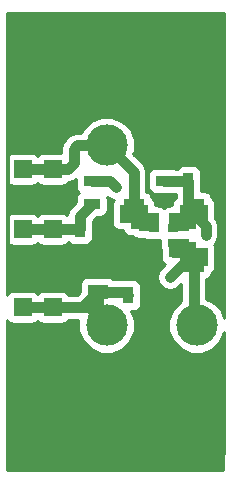
<source format=gbr>
G04 #@! TF.FileFunction,Copper,L2,Bot,Signal*
%FSLAX46Y46*%
G04 Gerber Fmt 4.6, Leading zero omitted, Abs format (unit mm)*
G04 Created by KiCad (PCBNEW 4.0.3-stable) date 09/22/16 08:13:14*
%MOMM*%
%LPD*%
G01*
G04 APERTURE LIST*
%ADD10C,0.500000*%
%ADD11R,1.397000X0.889000*%
%ADD12R,0.889000X1.397000*%
%ADD13R,1.524000X1.524000*%
%ADD14C,6.000000*%
%ADD15R,1.700000X1.500000*%
%ADD16R,1.800000X2.000000*%
%ADD17R,1.600000X1.350000*%
%ADD18R,1.400000X1.300000*%
%ADD19R,2.400000X1.500000*%
%ADD20R,0.900000X0.800000*%
%ADD21C,3.500000*%
%ADD22R,1.699260X1.300480*%
%ADD23C,0.800000*%
%ADD24C,0.600000*%
%ADD25C,0.900000*%
%ADD26C,0.300000*%
%ADD27C,0.254000*%
G04 APERTURE END LIST*
D10*
D11*
X14224000Y25463500D03*
X14224000Y27368500D03*
D12*
X16319500Y25400000D03*
X18224500Y25400000D03*
X11239500Y15748000D03*
X13144500Y15748000D03*
D13*
X2286000Y17272000D03*
X4826000Y17272000D03*
X2286000Y14732000D03*
X4826000Y14732000D03*
X2286000Y12192000D03*
X4826000Y12192000D03*
X2286000Y28956000D03*
X4826000Y28956000D03*
X2286000Y26416000D03*
X4826000Y26416000D03*
X2286000Y23876000D03*
X4826000Y23876000D03*
D14*
X5080000Y5080000D03*
X5080000Y35560000D03*
X15240000Y5080000D03*
X15240000Y35560000D03*
D11*
X8128000Y25400000D03*
X8128000Y23495000D03*
D12*
X7112000Y21336000D03*
X9017000Y21336000D03*
D15*
X15494000Y19728000D03*
X12954000Y19728000D03*
X12954000Y21928000D03*
X15494000Y21928000D03*
D16*
X16764000Y18728000D03*
X11684000Y18728000D03*
X11684000Y22928000D03*
X16764000Y22928000D03*
D17*
X15674000Y19578000D03*
X12774000Y19578000D03*
X12774000Y22078000D03*
X15674000Y22078000D03*
D18*
X15524000Y19828000D03*
X12924000Y19828000D03*
X12924000Y21828000D03*
X15524000Y21828000D03*
D17*
X16224000Y19578000D03*
X12224000Y19578000D03*
X12224000Y22078000D03*
X16224000Y22078000D03*
D19*
X16764000Y18978000D03*
X11684000Y18978000D03*
X11684000Y22678000D03*
X16764000Y22678000D03*
D20*
X15049000Y20203000D03*
X13399000Y20203000D03*
X13399000Y21453000D03*
X15049000Y21453000D03*
D21*
X17018000Y13208000D03*
X17018000Y28448000D03*
X9398000Y28448000D03*
X9398000Y13208000D03*
D13*
X4826000Y21336000D03*
X2286000Y21336000D03*
D22*
X8636000Y19530060D03*
X8636000Y16029940D03*
D23*
X10160000Y24892000D03*
X17780000Y20828000D03*
D24*
X17780000Y20828000D03*
D23*
X6604000Y24384000D03*
X14732000Y17272000D03*
D25*
X8128000Y25400000D02*
X9652000Y25400000D01*
X9652000Y25400000D02*
X10160000Y24892000D01*
X16319500Y25400000D02*
X14287500Y25400000D01*
X14287500Y25400000D02*
X14224000Y25463500D01*
X16319500Y25400000D02*
X16319500Y23122500D01*
X16319500Y23122500D02*
X16764000Y22678000D01*
X17780000Y20828000D02*
X17780000Y21662000D01*
X17780000Y21662000D02*
X16764000Y22678000D01*
X8636000Y16029940D02*
X10957560Y16029940D01*
X10957560Y16029940D02*
X11239500Y15748000D01*
X4826000Y14732000D02*
X7874000Y14732000D01*
X7874000Y14732000D02*
X9398000Y13208000D01*
X8636000Y16029940D02*
X8636000Y13970000D01*
X8636000Y13970000D02*
X9398000Y13208000D01*
X4826000Y14732000D02*
X7338060Y14732000D01*
X7338060Y14732000D02*
X8636000Y16029940D01*
X2286000Y14732000D02*
X4826000Y14732000D01*
D26*
X1016000Y23668000D02*
X1016000Y19604000D01*
X1016000Y19604000D02*
X2286000Y18334000D01*
X2286000Y18334000D02*
X2286000Y17272000D01*
X1224000Y23876000D02*
X1016000Y23668000D01*
X1016000Y24084000D02*
X1016000Y28748000D01*
X1016000Y28748000D02*
X1224000Y28956000D01*
X1224000Y28956000D02*
X2286000Y28956000D01*
X2286000Y23876000D02*
X1224000Y23876000D01*
X1224000Y23876000D02*
X1016000Y24084000D01*
D25*
X12224000Y19578000D02*
X12224000Y19518000D01*
X12224000Y19518000D02*
X11684000Y18978000D01*
X4826000Y21336000D02*
X2286000Y21336000D01*
X7112000Y21336000D02*
X7112000Y22479000D01*
X7112000Y22479000D02*
X8128000Y23495000D01*
X7112000Y21336000D02*
X4826000Y21336000D01*
X16764000Y18978000D02*
X16438000Y18978000D01*
X16438000Y18978000D02*
X14732000Y17272000D01*
X16764000Y18978000D02*
X16764000Y13462000D01*
X16764000Y13462000D02*
X17018000Y13208000D01*
X4826000Y26416000D02*
X2286000Y26416000D01*
X6096000Y26416000D02*
X4826000Y26416000D01*
X6604000Y26924000D02*
X6096000Y26416000D01*
X6604000Y28128873D02*
X6604000Y26924000D01*
X9398000Y28448000D02*
X6923127Y28448000D01*
X6923127Y28448000D02*
X6604000Y28128873D01*
X11684000Y22678000D02*
X11684000Y26162000D01*
X11684000Y26162000D02*
X9398000Y28448000D01*
D27*
G36*
X9744789Y23889591D02*
X9996624Y23839498D01*
X9887569Y23679890D01*
X9836560Y23428000D01*
X9836560Y21928000D01*
X9880838Y21692683D01*
X10019910Y21476559D01*
X10232110Y21331569D01*
X10484000Y21280560D01*
X10799599Y21280560D01*
X10820838Y21167683D01*
X10959910Y20951559D01*
X11172110Y20806569D01*
X11424000Y20755560D01*
X11621248Y20755560D01*
X11639910Y20726559D01*
X11852110Y20581569D01*
X12104000Y20530560D01*
X12588821Y20530560D01*
X12697110Y20456569D01*
X12949000Y20405560D01*
X13849000Y20405560D01*
X13951560Y20424858D01*
X13951560Y19803000D01*
X13995838Y19567683D01*
X13996560Y19566561D01*
X13996560Y18978000D01*
X14040838Y18742683D01*
X14179910Y18526559D01*
X14341635Y18416057D01*
X13964789Y18039211D01*
X13729591Y17687211D01*
X13647000Y17272000D01*
X13729591Y16856789D01*
X13964789Y16504789D01*
X14316789Y16269591D01*
X14732000Y16187000D01*
X15147211Y16269591D01*
X15499211Y16504789D01*
X15679000Y16684578D01*
X15679000Y15235311D01*
X15668771Y15231084D01*
X14997274Y14560758D01*
X14633415Y13684487D01*
X14632587Y12735675D01*
X14994916Y11858771D01*
X15665242Y11187274D01*
X16541513Y10823415D01*
X17490325Y10822587D01*
X18367229Y11184916D01*
X19038726Y11855242D01*
X19356000Y12619324D01*
X19356000Y3490262D01*
X19265776Y964000D01*
X964000Y964000D01*
X964000Y13667607D01*
X1059910Y13518559D01*
X1272110Y13373569D01*
X1524000Y13322560D01*
X3048000Y13322560D01*
X3283317Y13366838D01*
X3499441Y13505910D01*
X3555374Y13587770D01*
X3599910Y13518559D01*
X3812110Y13373569D01*
X4064000Y13322560D01*
X5588000Y13322560D01*
X5823317Y13366838D01*
X6039441Y13505910D01*
X6135844Y13647000D01*
X7013382Y13647000D01*
X7012587Y12735675D01*
X7374916Y11858771D01*
X8045242Y11187274D01*
X8921513Y10823415D01*
X9870325Y10822587D01*
X10747229Y11184916D01*
X11418726Y11855242D01*
X11782585Y12731513D01*
X11783413Y13680325D01*
X11485198Y14402060D01*
X11684000Y14402060D01*
X11919317Y14446338D01*
X12135441Y14585410D01*
X12280431Y14797610D01*
X12331440Y15049500D01*
X12331440Y16446500D01*
X12287162Y16681817D01*
X12148090Y16897941D01*
X11935890Y17042931D01*
X11684000Y17093940D01*
X11063134Y17093940D01*
X10957560Y17114940D01*
X9960454Y17114940D01*
X9949720Y17131621D01*
X9737520Y17276611D01*
X9485630Y17327620D01*
X7786370Y17327620D01*
X7551053Y17283342D01*
X7334929Y17144270D01*
X7189939Y16932070D01*
X7138930Y16680180D01*
X7138930Y16067292D01*
X6888638Y15817000D01*
X6134740Y15817000D01*
X6052090Y15945441D01*
X5839890Y16090431D01*
X5588000Y16141440D01*
X4064000Y16141440D01*
X3828683Y16097162D01*
X3612559Y15958090D01*
X3556626Y15876230D01*
X3512090Y15945441D01*
X3299890Y16090431D01*
X3048000Y16141440D01*
X1524000Y16141440D01*
X1288683Y16097162D01*
X1072559Y15958090D01*
X964000Y15799209D01*
X964000Y20271607D01*
X1059910Y20122559D01*
X1272110Y19977569D01*
X1524000Y19926560D01*
X3048000Y19926560D01*
X3283317Y19970838D01*
X3499441Y20109910D01*
X3555374Y20191770D01*
X3599910Y20122559D01*
X3812110Y19977569D01*
X4064000Y19926560D01*
X5588000Y19926560D01*
X5823317Y19970838D01*
X6039441Y20109910D01*
X6135844Y20251000D01*
X6161622Y20251000D01*
X6203410Y20186059D01*
X6415610Y20041069D01*
X6667500Y19990060D01*
X7556500Y19990060D01*
X7791817Y20034338D01*
X8007941Y20173410D01*
X8152931Y20385610D01*
X8203940Y20637500D01*
X8203940Y22034500D01*
X8203620Y22036198D01*
X8570482Y22403060D01*
X8826500Y22403060D01*
X9061817Y22447338D01*
X9277941Y22586410D01*
X9422931Y22798610D01*
X9473940Y23050500D01*
X9473940Y23939500D01*
X9445732Y24089414D01*
X9744789Y23889591D01*
X9744789Y23889591D01*
G37*
X9744789Y23889591D02*
X9996624Y23839498D01*
X9887569Y23679890D01*
X9836560Y23428000D01*
X9836560Y21928000D01*
X9880838Y21692683D01*
X10019910Y21476559D01*
X10232110Y21331569D01*
X10484000Y21280560D01*
X10799599Y21280560D01*
X10820838Y21167683D01*
X10959910Y20951559D01*
X11172110Y20806569D01*
X11424000Y20755560D01*
X11621248Y20755560D01*
X11639910Y20726559D01*
X11852110Y20581569D01*
X12104000Y20530560D01*
X12588821Y20530560D01*
X12697110Y20456569D01*
X12949000Y20405560D01*
X13849000Y20405560D01*
X13951560Y20424858D01*
X13951560Y19803000D01*
X13995838Y19567683D01*
X13996560Y19566561D01*
X13996560Y18978000D01*
X14040838Y18742683D01*
X14179910Y18526559D01*
X14341635Y18416057D01*
X13964789Y18039211D01*
X13729591Y17687211D01*
X13647000Y17272000D01*
X13729591Y16856789D01*
X13964789Y16504789D01*
X14316789Y16269591D01*
X14732000Y16187000D01*
X15147211Y16269591D01*
X15499211Y16504789D01*
X15679000Y16684578D01*
X15679000Y15235311D01*
X15668771Y15231084D01*
X14997274Y14560758D01*
X14633415Y13684487D01*
X14632587Y12735675D01*
X14994916Y11858771D01*
X15665242Y11187274D01*
X16541513Y10823415D01*
X17490325Y10822587D01*
X18367229Y11184916D01*
X19038726Y11855242D01*
X19356000Y12619324D01*
X19356000Y3490262D01*
X19265776Y964000D01*
X964000Y964000D01*
X964000Y13667607D01*
X1059910Y13518559D01*
X1272110Y13373569D01*
X1524000Y13322560D01*
X3048000Y13322560D01*
X3283317Y13366838D01*
X3499441Y13505910D01*
X3555374Y13587770D01*
X3599910Y13518559D01*
X3812110Y13373569D01*
X4064000Y13322560D01*
X5588000Y13322560D01*
X5823317Y13366838D01*
X6039441Y13505910D01*
X6135844Y13647000D01*
X7013382Y13647000D01*
X7012587Y12735675D01*
X7374916Y11858771D01*
X8045242Y11187274D01*
X8921513Y10823415D01*
X9870325Y10822587D01*
X10747229Y11184916D01*
X11418726Y11855242D01*
X11782585Y12731513D01*
X11783413Y13680325D01*
X11485198Y14402060D01*
X11684000Y14402060D01*
X11919317Y14446338D01*
X12135441Y14585410D01*
X12280431Y14797610D01*
X12331440Y15049500D01*
X12331440Y16446500D01*
X12287162Y16681817D01*
X12148090Y16897941D01*
X11935890Y17042931D01*
X11684000Y17093940D01*
X11063134Y17093940D01*
X10957560Y17114940D01*
X9960454Y17114940D01*
X9949720Y17131621D01*
X9737520Y17276611D01*
X9485630Y17327620D01*
X7786370Y17327620D01*
X7551053Y17283342D01*
X7334929Y17144270D01*
X7189939Y16932070D01*
X7138930Y16680180D01*
X7138930Y16067292D01*
X6888638Y15817000D01*
X6134740Y15817000D01*
X6052090Y15945441D01*
X5839890Y16090431D01*
X5588000Y16141440D01*
X4064000Y16141440D01*
X3828683Y16097162D01*
X3612559Y15958090D01*
X3556626Y15876230D01*
X3512090Y15945441D01*
X3299890Y16090431D01*
X3048000Y16141440D01*
X1524000Y16141440D01*
X1288683Y16097162D01*
X1072559Y15958090D01*
X964000Y15799209D01*
X964000Y20271607D01*
X1059910Y20122559D01*
X1272110Y19977569D01*
X1524000Y19926560D01*
X3048000Y19926560D01*
X3283317Y19970838D01*
X3499441Y20109910D01*
X3555374Y20191770D01*
X3599910Y20122559D01*
X3812110Y19977569D01*
X4064000Y19926560D01*
X5588000Y19926560D01*
X5823317Y19970838D01*
X6039441Y20109910D01*
X6135844Y20251000D01*
X6161622Y20251000D01*
X6203410Y20186059D01*
X6415610Y20041069D01*
X6667500Y19990060D01*
X7556500Y19990060D01*
X7791817Y20034338D01*
X8007941Y20173410D01*
X8152931Y20385610D01*
X8203940Y20637500D01*
X8203940Y22034500D01*
X8203620Y22036198D01*
X8570482Y22403060D01*
X8826500Y22403060D01*
X9061817Y22447338D01*
X9277941Y22586410D01*
X9422931Y22798610D01*
X9473940Y23050500D01*
X9473940Y23939500D01*
X9445732Y24089414D01*
X9744789Y23889591D01*
G36*
X19356000Y13795073D02*
X19041084Y14557229D01*
X18370758Y15228726D01*
X17849000Y15445379D01*
X17849000Y17115370D01*
X17899317Y17124838D01*
X18115441Y17263910D01*
X18260431Y17476110D01*
X18304219Y17692340D01*
X18415441Y17763910D01*
X18560431Y17976110D01*
X18611440Y18228000D01*
X18611440Y19728000D01*
X18567162Y19963317D01*
X18517301Y20040804D01*
X18547211Y20060789D01*
X18782409Y20412788D01*
X18865000Y20828000D01*
X18865000Y21662000D01*
X18782409Y22077212D01*
X18611440Y22333085D01*
X18611440Y23428000D01*
X18567162Y23663317D01*
X18428090Y23879441D01*
X18304715Y23963739D01*
X18267162Y24163317D01*
X18128090Y24379441D01*
X17915890Y24524431D01*
X17664000Y24575440D01*
X17404500Y24575440D01*
X17404500Y24667229D01*
X17411440Y24701500D01*
X17411440Y26098500D01*
X17367162Y26333817D01*
X17228090Y26549941D01*
X17015890Y26694931D01*
X16764000Y26745940D01*
X15875000Y26745940D01*
X15639683Y26701662D01*
X15423559Y26562590D01*
X15370544Y26485000D01*
X15202828Y26485000D01*
X15174390Y26504431D01*
X14922500Y26555440D01*
X13525500Y26555440D01*
X13290183Y26511162D01*
X13074059Y26372090D01*
X12929069Y26159890D01*
X12878060Y25908000D01*
X12878060Y25019000D01*
X12922338Y24783683D01*
X13061410Y24567559D01*
X13273610Y24422569D01*
X13525500Y24371560D01*
X14003150Y24371560D01*
X14287500Y24314999D01*
X14287505Y24315000D01*
X15234500Y24315000D01*
X15234500Y24016590D01*
X15223781Y23963660D01*
X15112559Y23892090D01*
X14967569Y23679890D01*
X14916560Y23428000D01*
X14916560Y23400440D01*
X14874000Y23400440D01*
X14638683Y23356162D01*
X14569012Y23311330D01*
X14408683Y23281162D01*
X14221923Y23160985D01*
X14055890Y23274431D01*
X13885012Y23309035D01*
X13825890Y23349431D01*
X13574000Y23400440D01*
X13531440Y23400440D01*
X13531440Y23428000D01*
X13487162Y23663317D01*
X13348090Y23879441D01*
X13224715Y23963739D01*
X13187162Y24163317D01*
X13048090Y24379441D01*
X12835890Y24524431D01*
X12769000Y24537977D01*
X12769000Y26162000D01*
X12686409Y26577212D01*
X12451211Y26929211D01*
X11672947Y27707475D01*
X11782585Y27971513D01*
X11783413Y28920325D01*
X11421084Y29797229D01*
X10750758Y30468726D01*
X9874487Y30832585D01*
X8925675Y30833413D01*
X8048771Y30471084D01*
X7377274Y29800758D01*
X7266091Y29533000D01*
X6923127Y29533000D01*
X6507916Y29450410D01*
X6155916Y29215211D01*
X5836789Y28896084D01*
X5601591Y28544085D01*
X5519000Y28128873D01*
X5519000Y27825440D01*
X4064000Y27825440D01*
X3828683Y27781162D01*
X3612559Y27642090D01*
X3556626Y27560230D01*
X3512090Y27629441D01*
X3299890Y27774431D01*
X3048000Y27825440D01*
X1524000Y27825440D01*
X1288683Y27781162D01*
X1072559Y27642090D01*
X964000Y27483209D01*
X964000Y39676000D01*
X19356000Y39676000D01*
X19356000Y13795073D01*
X19356000Y13795073D01*
G37*
X19356000Y13795073D02*
X19041084Y14557229D01*
X18370758Y15228726D01*
X17849000Y15445379D01*
X17849000Y17115370D01*
X17899317Y17124838D01*
X18115441Y17263910D01*
X18260431Y17476110D01*
X18304219Y17692340D01*
X18415441Y17763910D01*
X18560431Y17976110D01*
X18611440Y18228000D01*
X18611440Y19728000D01*
X18567162Y19963317D01*
X18517301Y20040804D01*
X18547211Y20060789D01*
X18782409Y20412788D01*
X18865000Y20828000D01*
X18865000Y21662000D01*
X18782409Y22077212D01*
X18611440Y22333085D01*
X18611440Y23428000D01*
X18567162Y23663317D01*
X18428090Y23879441D01*
X18304715Y23963739D01*
X18267162Y24163317D01*
X18128090Y24379441D01*
X17915890Y24524431D01*
X17664000Y24575440D01*
X17404500Y24575440D01*
X17404500Y24667229D01*
X17411440Y24701500D01*
X17411440Y26098500D01*
X17367162Y26333817D01*
X17228090Y26549941D01*
X17015890Y26694931D01*
X16764000Y26745940D01*
X15875000Y26745940D01*
X15639683Y26701662D01*
X15423559Y26562590D01*
X15370544Y26485000D01*
X15202828Y26485000D01*
X15174390Y26504431D01*
X14922500Y26555440D01*
X13525500Y26555440D01*
X13290183Y26511162D01*
X13074059Y26372090D01*
X12929069Y26159890D01*
X12878060Y25908000D01*
X12878060Y25019000D01*
X12922338Y24783683D01*
X13061410Y24567559D01*
X13273610Y24422569D01*
X13525500Y24371560D01*
X14003150Y24371560D01*
X14287500Y24314999D01*
X14287505Y24315000D01*
X15234500Y24315000D01*
X15234500Y24016590D01*
X15223781Y23963660D01*
X15112559Y23892090D01*
X14967569Y23679890D01*
X14916560Y23428000D01*
X14916560Y23400440D01*
X14874000Y23400440D01*
X14638683Y23356162D01*
X14569012Y23311330D01*
X14408683Y23281162D01*
X14221923Y23160985D01*
X14055890Y23274431D01*
X13885012Y23309035D01*
X13825890Y23349431D01*
X13574000Y23400440D01*
X13531440Y23400440D01*
X13531440Y23428000D01*
X13487162Y23663317D01*
X13348090Y23879441D01*
X13224715Y23963739D01*
X13187162Y24163317D01*
X13048090Y24379441D01*
X12835890Y24524431D01*
X12769000Y24537977D01*
X12769000Y26162000D01*
X12686409Y26577212D01*
X12451211Y26929211D01*
X11672947Y27707475D01*
X11782585Y27971513D01*
X11783413Y28920325D01*
X11421084Y29797229D01*
X10750758Y30468726D01*
X9874487Y30832585D01*
X8925675Y30833413D01*
X8048771Y30471084D01*
X7377274Y29800758D01*
X7266091Y29533000D01*
X6923127Y29533000D01*
X6507916Y29450410D01*
X6155916Y29215211D01*
X5836789Y28896084D01*
X5601591Y28544085D01*
X5519000Y28128873D01*
X5519000Y27825440D01*
X4064000Y27825440D01*
X3828683Y27781162D01*
X3612559Y27642090D01*
X3556626Y27560230D01*
X3512090Y27629441D01*
X3299890Y27774431D01*
X3048000Y27825440D01*
X1524000Y27825440D01*
X1288683Y27781162D01*
X1072559Y27642090D01*
X964000Y27483209D01*
X964000Y39676000D01*
X19356000Y39676000D01*
X19356000Y13795073D01*
G36*
X6782060Y24955500D02*
X6826338Y24720183D01*
X6965410Y24504059D01*
X7047270Y24448126D01*
X6978059Y24403590D01*
X6833069Y24191390D01*
X6782060Y23939500D01*
X6782060Y23683482D01*
X6344789Y23246211D01*
X6109591Y22894212D01*
X6042337Y22556105D01*
X5839890Y22694431D01*
X5588000Y22745440D01*
X4064000Y22745440D01*
X3828683Y22701162D01*
X3612559Y22562090D01*
X3556626Y22480230D01*
X3512090Y22549441D01*
X3299890Y22694431D01*
X3048000Y22745440D01*
X1524000Y22745440D01*
X1288683Y22701162D01*
X1072559Y22562090D01*
X964000Y22403209D01*
X964000Y25351607D01*
X1059910Y25202559D01*
X1272110Y25057569D01*
X1524000Y25006560D01*
X3048000Y25006560D01*
X3283317Y25050838D01*
X3499441Y25189910D01*
X3555374Y25271770D01*
X3599910Y25202559D01*
X3812110Y25057569D01*
X4064000Y25006560D01*
X5588000Y25006560D01*
X5823317Y25050838D01*
X6039441Y25189910D01*
X6142111Y25340172D01*
X6511212Y25413591D01*
X6782060Y25594566D01*
X6782060Y24955500D01*
X6782060Y24955500D01*
G37*
X6782060Y24955500D02*
X6826338Y24720183D01*
X6965410Y24504059D01*
X7047270Y24448126D01*
X6978059Y24403590D01*
X6833069Y24191390D01*
X6782060Y23939500D01*
X6782060Y23683482D01*
X6344789Y23246211D01*
X6109591Y22894212D01*
X6042337Y22556105D01*
X5839890Y22694431D01*
X5588000Y22745440D01*
X4064000Y22745440D01*
X3828683Y22701162D01*
X3612559Y22562090D01*
X3556626Y22480230D01*
X3512090Y22549441D01*
X3299890Y22694431D01*
X3048000Y22745440D01*
X1524000Y22745440D01*
X1288683Y22701162D01*
X1072559Y22562090D01*
X964000Y22403209D01*
X964000Y25351607D01*
X1059910Y25202559D01*
X1272110Y25057569D01*
X1524000Y25006560D01*
X3048000Y25006560D01*
X3283317Y25050838D01*
X3499441Y25189910D01*
X3555374Y25271770D01*
X3599910Y25202559D01*
X3812110Y25057569D01*
X4064000Y25006560D01*
X5588000Y25006560D01*
X5823317Y25050838D01*
X6039441Y25189910D01*
X6142111Y25340172D01*
X6511212Y25413591D01*
X6782060Y25594566D01*
X6782060Y24955500D01*
M02*

</source>
